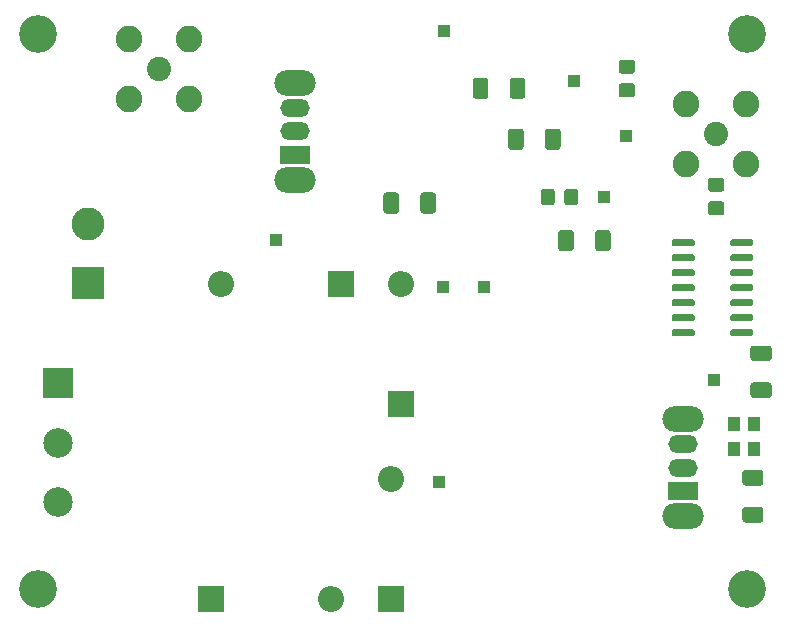
<source format=gbr>
%TF.GenerationSoftware,KiCad,Pcbnew,(5.1.8-0-10_14)*%
%TF.CreationDate,2022-02-24T11:51:05-06:00*%
%TF.ProjectId,SAQ_KiCad_alpha,5341515f-4b69-4436-9164-5f616c706861,rev?*%
%TF.SameCoordinates,Original*%
%TF.FileFunction,Soldermask,Bot*%
%TF.FilePolarity,Negative*%
%FSLAX46Y46*%
G04 Gerber Fmt 4.6, Leading zero omitted, Abs format (unit mm)*
G04 Created by KiCad (PCBNEW (5.1.8-0-10_14)) date 2022-02-24 11:51:05*
%MOMM*%
%LPD*%
G01*
G04 APERTURE LIST*
%ADD10R,1.000000X1.000000*%
%ADD11C,2.250000*%
%ADD12C,2.050000*%
%ADD13C,3.200000*%
%ADD14R,1.100000X1.300000*%
%ADD15O,3.500000X2.200000*%
%ADD16O,2.500000X1.500000*%
%ADD17R,2.500000X1.500000*%
%ADD18C,2.500000*%
%ADD19R,2.500000X2.500000*%
%ADD20C,2.800000*%
%ADD21R,2.800000X2.800000*%
%ADD22O,2.200000X2.200000*%
%ADD23R,2.200000X2.200000*%
G04 APERTURE END LIST*
D10*
%TO.C,TP5*%
X164719000Y-47815500D03*
%TD*%
%TO.C,U5*%
G36*
G01*
X166092000Y-43965000D02*
X166092000Y-43665000D01*
G75*
G02*
X166242000Y-43515000I150000J0D01*
G01*
X167892000Y-43515000D01*
G75*
G02*
X168042000Y-43665000I0J-150000D01*
G01*
X168042000Y-43965000D01*
G75*
G02*
X167892000Y-44115000I-150000J0D01*
G01*
X166242000Y-44115000D01*
G75*
G02*
X166092000Y-43965000I0J150000D01*
G01*
G37*
G36*
G01*
X166092000Y-42695000D02*
X166092000Y-42395000D01*
G75*
G02*
X166242000Y-42245000I150000J0D01*
G01*
X167892000Y-42245000D01*
G75*
G02*
X168042000Y-42395000I0J-150000D01*
G01*
X168042000Y-42695000D01*
G75*
G02*
X167892000Y-42845000I-150000J0D01*
G01*
X166242000Y-42845000D01*
G75*
G02*
X166092000Y-42695000I0J150000D01*
G01*
G37*
G36*
G01*
X166092000Y-41425000D02*
X166092000Y-41125000D01*
G75*
G02*
X166242000Y-40975000I150000J0D01*
G01*
X167892000Y-40975000D01*
G75*
G02*
X168042000Y-41125000I0J-150000D01*
G01*
X168042000Y-41425000D01*
G75*
G02*
X167892000Y-41575000I-150000J0D01*
G01*
X166242000Y-41575000D01*
G75*
G02*
X166092000Y-41425000I0J150000D01*
G01*
G37*
G36*
G01*
X166092000Y-40155000D02*
X166092000Y-39855000D01*
G75*
G02*
X166242000Y-39705000I150000J0D01*
G01*
X167892000Y-39705000D01*
G75*
G02*
X168042000Y-39855000I0J-150000D01*
G01*
X168042000Y-40155000D01*
G75*
G02*
X167892000Y-40305000I-150000J0D01*
G01*
X166242000Y-40305000D01*
G75*
G02*
X166092000Y-40155000I0J150000D01*
G01*
G37*
G36*
G01*
X166092000Y-38885000D02*
X166092000Y-38585000D01*
G75*
G02*
X166242000Y-38435000I150000J0D01*
G01*
X167892000Y-38435000D01*
G75*
G02*
X168042000Y-38585000I0J-150000D01*
G01*
X168042000Y-38885000D01*
G75*
G02*
X167892000Y-39035000I-150000J0D01*
G01*
X166242000Y-39035000D01*
G75*
G02*
X166092000Y-38885000I0J150000D01*
G01*
G37*
G36*
G01*
X166092000Y-37615000D02*
X166092000Y-37315000D01*
G75*
G02*
X166242000Y-37165000I150000J0D01*
G01*
X167892000Y-37165000D01*
G75*
G02*
X168042000Y-37315000I0J-150000D01*
G01*
X168042000Y-37615000D01*
G75*
G02*
X167892000Y-37765000I-150000J0D01*
G01*
X166242000Y-37765000D01*
G75*
G02*
X166092000Y-37615000I0J150000D01*
G01*
G37*
G36*
G01*
X166092000Y-36345000D02*
X166092000Y-36045000D01*
G75*
G02*
X166242000Y-35895000I150000J0D01*
G01*
X167892000Y-35895000D01*
G75*
G02*
X168042000Y-36045000I0J-150000D01*
G01*
X168042000Y-36345000D01*
G75*
G02*
X167892000Y-36495000I-150000J0D01*
G01*
X166242000Y-36495000D01*
G75*
G02*
X166092000Y-36345000I0J150000D01*
G01*
G37*
G36*
G01*
X161142000Y-36345000D02*
X161142000Y-36045000D01*
G75*
G02*
X161292000Y-35895000I150000J0D01*
G01*
X162942000Y-35895000D01*
G75*
G02*
X163092000Y-36045000I0J-150000D01*
G01*
X163092000Y-36345000D01*
G75*
G02*
X162942000Y-36495000I-150000J0D01*
G01*
X161292000Y-36495000D01*
G75*
G02*
X161142000Y-36345000I0J150000D01*
G01*
G37*
G36*
G01*
X161142000Y-37615000D02*
X161142000Y-37315000D01*
G75*
G02*
X161292000Y-37165000I150000J0D01*
G01*
X162942000Y-37165000D01*
G75*
G02*
X163092000Y-37315000I0J-150000D01*
G01*
X163092000Y-37615000D01*
G75*
G02*
X162942000Y-37765000I-150000J0D01*
G01*
X161292000Y-37765000D01*
G75*
G02*
X161142000Y-37615000I0J150000D01*
G01*
G37*
G36*
G01*
X161142000Y-38885000D02*
X161142000Y-38585000D01*
G75*
G02*
X161292000Y-38435000I150000J0D01*
G01*
X162942000Y-38435000D01*
G75*
G02*
X163092000Y-38585000I0J-150000D01*
G01*
X163092000Y-38885000D01*
G75*
G02*
X162942000Y-39035000I-150000J0D01*
G01*
X161292000Y-39035000D01*
G75*
G02*
X161142000Y-38885000I0J150000D01*
G01*
G37*
G36*
G01*
X161142000Y-40155000D02*
X161142000Y-39855000D01*
G75*
G02*
X161292000Y-39705000I150000J0D01*
G01*
X162942000Y-39705000D01*
G75*
G02*
X163092000Y-39855000I0J-150000D01*
G01*
X163092000Y-40155000D01*
G75*
G02*
X162942000Y-40305000I-150000J0D01*
G01*
X161292000Y-40305000D01*
G75*
G02*
X161142000Y-40155000I0J150000D01*
G01*
G37*
G36*
G01*
X161142000Y-41425000D02*
X161142000Y-41125000D01*
G75*
G02*
X161292000Y-40975000I150000J0D01*
G01*
X162942000Y-40975000D01*
G75*
G02*
X163092000Y-41125000I0J-150000D01*
G01*
X163092000Y-41425000D01*
G75*
G02*
X162942000Y-41575000I-150000J0D01*
G01*
X161292000Y-41575000D01*
G75*
G02*
X161142000Y-41425000I0J150000D01*
G01*
G37*
G36*
G01*
X161142000Y-42695000D02*
X161142000Y-42395000D01*
G75*
G02*
X161292000Y-42245000I150000J0D01*
G01*
X162942000Y-42245000D01*
G75*
G02*
X163092000Y-42395000I0J-150000D01*
G01*
X163092000Y-42695000D01*
G75*
G02*
X162942000Y-42845000I-150000J0D01*
G01*
X161292000Y-42845000D01*
G75*
G02*
X161142000Y-42695000I0J150000D01*
G01*
G37*
G36*
G01*
X161142000Y-43965000D02*
X161142000Y-43665000D01*
G75*
G02*
X161292000Y-43515000I150000J0D01*
G01*
X162942000Y-43515000D01*
G75*
G02*
X163092000Y-43665000I0J-150000D01*
G01*
X163092000Y-43965000D01*
G75*
G02*
X162942000Y-44115000I-150000J0D01*
G01*
X161292000Y-44115000D01*
G75*
G02*
X161142000Y-43965000I0J150000D01*
G01*
G37*
%TD*%
D11*
%TO.C,J4*%
X162369500Y-29527500D03*
X162369500Y-24447500D03*
X167449500Y-24447500D03*
X167449500Y-29527500D03*
D12*
X164909500Y-26987500D03*
%TD*%
D11*
%TO.C,J3*%
X115189000Y-24003000D03*
X115189000Y-18923000D03*
X120269000Y-18923000D03*
X120269000Y-24003000D03*
D12*
X117729000Y-21463000D03*
%TD*%
%TO.C,C15*%
G36*
G01*
X150417500Y-28082003D02*
X150417500Y-26781997D01*
G75*
G02*
X150667497Y-26532000I249997J0D01*
G01*
X151492503Y-26532000D01*
G75*
G02*
X151742500Y-26781997I0J-249997D01*
G01*
X151742500Y-28082003D01*
G75*
G02*
X151492503Y-28332000I-249997J0D01*
G01*
X150667497Y-28332000D01*
G75*
G02*
X150417500Y-28082003I0J249997D01*
G01*
G37*
G36*
G01*
X147292500Y-28082003D02*
X147292500Y-26781997D01*
G75*
G02*
X147542497Y-26532000I249997J0D01*
G01*
X148367503Y-26532000D01*
G75*
G02*
X148617500Y-26781997I0J-249997D01*
G01*
X148617500Y-28082003D01*
G75*
G02*
X148367503Y-28332000I-249997J0D01*
G01*
X147542497Y-28332000D01*
G75*
G02*
X147292500Y-28082003I0J249997D01*
G01*
G37*
%TD*%
%TO.C,C13*%
G36*
G01*
X138063000Y-32179497D02*
X138063000Y-33479503D01*
G75*
G02*
X137813003Y-33729500I-249997J0D01*
G01*
X136987997Y-33729500D01*
G75*
G02*
X136738000Y-33479503I0J249997D01*
G01*
X136738000Y-32179497D01*
G75*
G02*
X136987997Y-31929500I249997J0D01*
G01*
X137813003Y-31929500D01*
G75*
G02*
X138063000Y-32179497I0J-249997D01*
G01*
G37*
G36*
G01*
X141188000Y-32179497D02*
X141188000Y-33479503D01*
G75*
G02*
X140938003Y-33729500I-249997J0D01*
G01*
X140112997Y-33729500D01*
G75*
G02*
X139863000Y-33479503I0J249997D01*
G01*
X139863000Y-32179497D01*
G75*
G02*
X140112997Y-31929500I249997J0D01*
G01*
X140938003Y-31929500D01*
G75*
G02*
X141188000Y-32179497I0J-249997D01*
G01*
G37*
%TD*%
%TO.C,C12*%
G36*
G01*
X147433000Y-23764003D02*
X147433000Y-22463997D01*
G75*
G02*
X147682997Y-22214000I249997J0D01*
G01*
X148508003Y-22214000D01*
G75*
G02*
X148758000Y-22463997I0J-249997D01*
G01*
X148758000Y-23764003D01*
G75*
G02*
X148508003Y-24014000I-249997J0D01*
G01*
X147682997Y-24014000D01*
G75*
G02*
X147433000Y-23764003I0J249997D01*
G01*
G37*
G36*
G01*
X144308000Y-23764003D02*
X144308000Y-22463997D01*
G75*
G02*
X144557997Y-22214000I249997J0D01*
G01*
X145383003Y-22214000D01*
G75*
G02*
X145633000Y-22463997I0J-249997D01*
G01*
X145633000Y-23764003D01*
G75*
G02*
X145383003Y-24014000I-249997J0D01*
G01*
X144557997Y-24014000D01*
G75*
G02*
X144308000Y-23764003I0J249997D01*
G01*
G37*
%TD*%
%TO.C,C11*%
G36*
G01*
X168069497Y-48017000D02*
X169369503Y-48017000D01*
G75*
G02*
X169619500Y-48266997I0J-249997D01*
G01*
X169619500Y-49092003D01*
G75*
G02*
X169369503Y-49342000I-249997J0D01*
G01*
X168069497Y-49342000D01*
G75*
G02*
X167819500Y-49092003I0J249997D01*
G01*
X167819500Y-48266997D01*
G75*
G02*
X168069497Y-48017000I249997J0D01*
G01*
G37*
G36*
G01*
X168069497Y-44892000D02*
X169369503Y-44892000D01*
G75*
G02*
X169619500Y-45141997I0J-249997D01*
G01*
X169619500Y-45967003D01*
G75*
G02*
X169369503Y-46217000I-249997J0D01*
G01*
X168069497Y-46217000D01*
G75*
G02*
X167819500Y-45967003I0J249997D01*
G01*
X167819500Y-45141997D01*
G75*
G02*
X168069497Y-44892000I249997J0D01*
G01*
G37*
%TD*%
D13*
%TO.C,H5*%
X107500000Y-18500000D03*
%TD*%
%TO.C,H4*%
X167500000Y-18500000D03*
%TD*%
%TO.C,H3*%
X167500000Y-65500000D03*
%TD*%
%TO.C,H2*%
X107500000Y-65500000D03*
%TD*%
D10*
%TO.C,TP9*%
X127635000Y-35941000D03*
%TD*%
%TO.C,TP8*%
X145224500Y-39941500D03*
%TD*%
%TO.C,TP7*%
X141414500Y-56451500D03*
%TD*%
%TO.C,TP6*%
X141795500Y-39941500D03*
%TD*%
%TO.C,TP4*%
X157289500Y-27178000D03*
%TD*%
%TO.C,TP3*%
X155384500Y-32321500D03*
%TD*%
%TO.C,TP2*%
X152844500Y-22479000D03*
%TD*%
%TO.C,TP1*%
X141859000Y-18224500D03*
%TD*%
D14*
%TO.C,X1*%
X168084000Y-53628000D03*
X168084000Y-51528000D03*
X166434000Y-51528000D03*
X166434000Y-53628000D03*
%TD*%
D15*
%TO.C,SW2*%
X162115500Y-51145000D03*
X162115500Y-59345000D03*
D16*
X162115500Y-53245000D03*
X162115500Y-55245000D03*
D17*
X162115500Y-57245000D03*
%TD*%
D15*
%TO.C,SW1*%
X129286000Y-22665500D03*
X129286000Y-30865500D03*
D16*
X129286000Y-24765500D03*
X129286000Y-26765500D03*
D17*
X129286000Y-28765500D03*
%TD*%
%TO.C,R18*%
G36*
G01*
X165359501Y-31874000D02*
X164459499Y-31874000D01*
G75*
G02*
X164209500Y-31624001I0J249999D01*
G01*
X164209500Y-30923999D01*
G75*
G02*
X164459499Y-30674000I249999J0D01*
G01*
X165359501Y-30674000D01*
G75*
G02*
X165609500Y-30923999I0J-249999D01*
G01*
X165609500Y-31624001D01*
G75*
G02*
X165359501Y-31874000I-249999J0D01*
G01*
G37*
G36*
G01*
X165359501Y-33874000D02*
X164459499Y-33874000D01*
G75*
G02*
X164209500Y-33624001I0J249999D01*
G01*
X164209500Y-32923999D01*
G75*
G02*
X164459499Y-32674000I249999J0D01*
G01*
X165359501Y-32674000D01*
G75*
G02*
X165609500Y-32923999I0J-249999D01*
G01*
X165609500Y-33624001D01*
G75*
G02*
X165359501Y-33874000I-249999J0D01*
G01*
G37*
%TD*%
%TO.C,R17*%
G36*
G01*
X152054000Y-32771501D02*
X152054000Y-31871499D01*
G75*
G02*
X152303999Y-31621500I249999J0D01*
G01*
X153004001Y-31621500D01*
G75*
G02*
X153254000Y-31871499I0J-249999D01*
G01*
X153254000Y-32771501D01*
G75*
G02*
X153004001Y-33021500I-249999J0D01*
G01*
X152303999Y-33021500D01*
G75*
G02*
X152054000Y-32771501I0J249999D01*
G01*
G37*
G36*
G01*
X150054000Y-32771501D02*
X150054000Y-31871499D01*
G75*
G02*
X150303999Y-31621500I249999J0D01*
G01*
X151004001Y-31621500D01*
G75*
G02*
X151254000Y-31871499I0J-249999D01*
G01*
X151254000Y-32771501D01*
G75*
G02*
X151004001Y-33021500I-249999J0D01*
G01*
X150303999Y-33021500D01*
G75*
G02*
X150054000Y-32771501I0J249999D01*
G01*
G37*
%TD*%
%TO.C,R15*%
G36*
G01*
X156902999Y-22688500D02*
X157803001Y-22688500D01*
G75*
G02*
X158053000Y-22938499I0J-249999D01*
G01*
X158053000Y-23638501D01*
G75*
G02*
X157803001Y-23888500I-249999J0D01*
G01*
X156902999Y-23888500D01*
G75*
G02*
X156653000Y-23638501I0J249999D01*
G01*
X156653000Y-22938499D01*
G75*
G02*
X156902999Y-22688500I249999J0D01*
G01*
G37*
G36*
G01*
X156902999Y-20688500D02*
X157803001Y-20688500D01*
G75*
G02*
X158053000Y-20938499I0J-249999D01*
G01*
X158053000Y-21638501D01*
G75*
G02*
X157803001Y-21888500I-249999J0D01*
G01*
X156902999Y-21888500D01*
G75*
G02*
X156653000Y-21638501I0J249999D01*
G01*
X156653000Y-20938499D01*
G75*
G02*
X156902999Y-20688500I249999J0D01*
G01*
G37*
%TD*%
D18*
%TO.C,J2*%
X109156500Y-58102500D03*
X109156500Y-53102500D03*
D19*
X109156500Y-48102500D03*
%TD*%
D20*
%TO.C,J1*%
X111696500Y-34560500D03*
D21*
X111696500Y-39560500D03*
%TD*%
D22*
%TO.C,D4*%
X132270500Y-66357500D03*
D23*
X122110500Y-66357500D03*
%TD*%
D22*
%TO.C,D3*%
X122999500Y-39687500D03*
D23*
X133159500Y-39687500D03*
%TD*%
D22*
%TO.C,D2*%
X137350500Y-56197500D03*
D23*
X137350500Y-66357500D03*
%TD*%
D22*
%TO.C,D1*%
X138239500Y-39687500D03*
D23*
X138239500Y-49847500D03*
%TD*%
%TO.C,C9*%
G36*
G01*
X167370997Y-58558000D02*
X168671003Y-58558000D01*
G75*
G02*
X168921000Y-58807997I0J-249997D01*
G01*
X168921000Y-59633003D01*
G75*
G02*
X168671003Y-59883000I-249997J0D01*
G01*
X167370997Y-59883000D01*
G75*
G02*
X167121000Y-59633003I0J249997D01*
G01*
X167121000Y-58807997D01*
G75*
G02*
X167370997Y-58558000I249997J0D01*
G01*
G37*
G36*
G01*
X167370997Y-55433000D02*
X168671003Y-55433000D01*
G75*
G02*
X168921000Y-55682997I0J-249997D01*
G01*
X168921000Y-56508003D01*
G75*
G02*
X168671003Y-56758000I-249997J0D01*
G01*
X167370997Y-56758000D01*
G75*
G02*
X167121000Y-56508003I0J249997D01*
G01*
X167121000Y-55682997D01*
G75*
G02*
X167370997Y-55433000I249997J0D01*
G01*
G37*
%TD*%
%TO.C,C8*%
G36*
G01*
X152858500Y-35354497D02*
X152858500Y-36654503D01*
G75*
G02*
X152608503Y-36904500I-249997J0D01*
G01*
X151783497Y-36904500D01*
G75*
G02*
X151533500Y-36654503I0J249997D01*
G01*
X151533500Y-35354497D01*
G75*
G02*
X151783497Y-35104500I249997J0D01*
G01*
X152608503Y-35104500D01*
G75*
G02*
X152858500Y-35354497I0J-249997D01*
G01*
G37*
G36*
G01*
X155983500Y-35354497D02*
X155983500Y-36654503D01*
G75*
G02*
X155733503Y-36904500I-249997J0D01*
G01*
X154908497Y-36904500D01*
G75*
G02*
X154658500Y-36654503I0J249997D01*
G01*
X154658500Y-35354497D01*
G75*
G02*
X154908497Y-35104500I249997J0D01*
G01*
X155733503Y-35104500D01*
G75*
G02*
X155983500Y-35354497I0J-249997D01*
G01*
G37*
%TD*%
M02*

</source>
